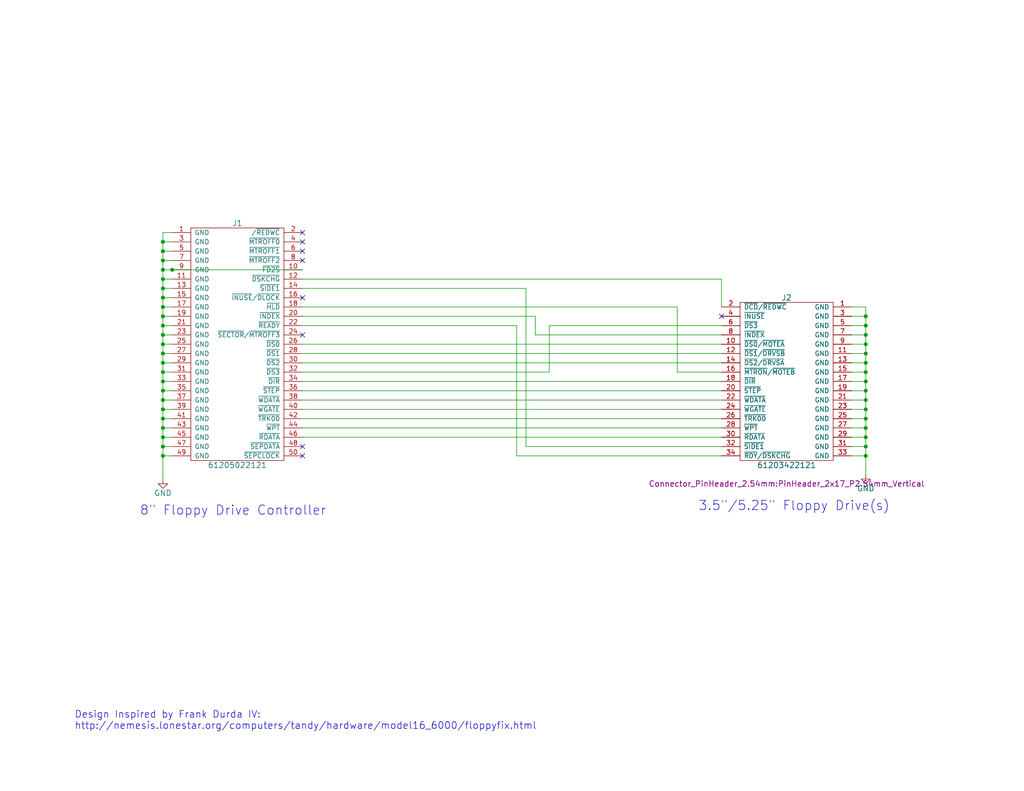
<source format=kicad_sch>
(kicad_sch (version 20230121) (generator eeschema)
  (paper "A")
  (title_block (title "fd50to34: Adapt 34 pin floppy drives to 50 pin controllers") (date "2015-09-22") (rev "3.0") (company "Mark J. Blair <nf6x@nf6x.net>") (comment 1 "https://github.com/NF6X/fd50to34"))
  (lib_symbols
    (symbol "fd50to34-rescue:FD34" (pin_names (offset 1.016))
      (property "Reference" "J" (at 0 22.86 0))
      (property "Value" "FD34" (at 0 -22.86 0))
      (property "PartNum" "61203422121" (at 0 -25.4 0))
      (symbol "FD34_0_1"
        (rectangle (start -12.7 21.59) (end 12.7 -21.59))
      )
      (symbol "FD34_1_1"
        (pin passive line (at -17.78 20.32 0) (length 5.08) (name "GND") (number "1"))
        (pin passive line (at 17.78 10.16 180) (length 5.08) (name "~{DS0}/~{MOTEA}") (number "10"))
        (pin passive line (at -17.78 7.62 0) (length 5.08) (name "GND") (number "11"))
        (pin passive line (at 17.78 7.62 180) (length 5.08) (name "~{DS1}/~{DRVSB}") (number "12"))
        (pin passive line (at -17.78 5.08 0) (length 5.08) (name "GND") (number "13"))
        (pin passive line (at 17.78 5.08 180) (length 5.08) (name "~{DS2}/~{DRVSA}") (number "14"))
        (pin passive line (at -17.78 2.54 0) (length 5.08) (name "GND") (number "15"))
        (pin passive line (at 17.78 2.54 180) (length 5.08) (name "~{MTRON}/~{MOTEB}") (number "16"))
        (pin passive line (at -17.78 0 0) (length 5.08) (name "GND") (number "17"))
        (pin passive line (at 17.78 0 180) (length 5.08) (name "~{DIR}") (number "18"))
        (pin passive line (at -17.78 -2.54 0) (length 5.08) (name "GND") (number "19"))
        (pin passive line (at 17.78 20.32 180) (length 5.08) (name "~{DCD}/~{REDWC}") (number "2"))
        (pin passive line (at 17.78 -2.54 180) (length 5.08) (name "~{STEP}") (number "20"))
        (pin passive line (at -17.78 -5.08 0) (length 5.08) (name "GND") (number "21"))
        (pin passive line (at 17.78 -5.08 180) (length 5.08) (name "~{WDATA}") (number "22"))
        (pin passive line (at -17.78 -7.62 0) (length 5.08) (name "GND") (number "23"))
        (pin passive line (at 17.78 -7.62 180) (length 5.08) (name "~{WGATE}") (number "24"))
        (pin passive line (at -17.78 -10.16 0) (length 5.08) (name "GND") (number "25"))
        (pin passive line (at 17.78 -10.16 180) (length 5.08) (name "~{TRK00}") (number "26"))
        (pin passive line (at -17.78 -12.7 0) (length 5.08) (name "GND") (number "27"))
        (pin passive line (at 17.78 -12.7 180) (length 5.08) (name "~{WPT}") (number "28"))
        (pin passive line (at -17.78 -15.24 0) (length 5.08) (name "GND") (number "29"))
        (pin passive line (at -17.78 17.78 0) (length 5.08) (name "GND") (number "3"))
        (pin passive line (at 17.78 -15.24 180) (length 5.08) (name "~{RDATA}") (number "30"))
        (pin passive line (at -17.78 -17.78 0) (length 5.08) (name "GND") (number "31"))
        (pin passive line (at 17.78 -17.78 180) (length 5.08) (name "~{SIDE1}") (number "32"))
        (pin passive line (at -17.78 -20.32 0) (length 5.08) (name "GND") (number "33"))
        (pin passive line (at 17.78 -20.32 180) (length 5.08) (name "~{RDY}/~{DSKCHG}") (number "34"))
        (pin passive line (at 17.78 17.78 180) (length 5.08) (name "~{INUSE}") (number "4"))
        (pin passive line (at -17.78 15.24 0) (length 5.08) (name "GND") (number "5"))
        (pin passive line (at 17.78 15.24 180) (length 5.08) (name "~{DS3}") (number "6"))
        (pin passive line (at -17.78 12.7 0) (length 5.08) (name "GND") (number "7"))
        (pin passive line (at 17.78 12.7 180) (length 5.08) (name "~{INDEX}") (number "8"))
        (pin passive line (at -17.78 10.16 0) (length 5.08) (name "GND") (number "9"))
      )
    )
    (symbol "fd50to34-rescue:FD50" (pin_names (offset 1.016))
      (property "Reference" "J" (at 0 33.02 0))
      (property "Value" "FD50" (at 0 -33.02 0))
      (property "PartNum" "61205022121" (at 0 -35.56 0))
      (symbol "FD50_0_1"
        (rectangle (start -12.7 31.75) (end 12.7 -31.75))
      )
      (symbol "FD50_1_1"
        (pin passive line (at -17.78 30.48 0) (length 5.08) (name "GND") (number "1"))
        (pin passive line (at 17.78 20.32 180) (length 5.08) (name "~{FD2S}") (number "10"))
        (pin passive line (at -17.78 17.78 0) (length 5.08) (name "GND") (number "11"))
        (pin passive line (at 17.78 17.78 180) (length 5.08) (name "~{DSKCHG}") (number "12"))
        (pin passive line (at -17.78 15.24 0) (length 5.08) (name "GND") (number "13"))
        (pin passive line (at 17.78 15.24 180) (length 5.08) (name "~{SIDE1}") (number "14"))
        (pin passive line (at -17.78 12.7 0) (length 5.08) (name "GND") (number "15"))
        (pin passive line (at 17.78 12.7 180) (length 5.08) (name "~{INUSE}/~{DLOCK}") (number "16"))
        (pin passive line (at -17.78 10.16 0) (length 5.08) (name "GND") (number "17"))
        (pin passive line (at 17.78 10.16 180) (length 5.08) (name "~{HLD}") (number "18"))
        (pin passive line (at -17.78 7.62 0) (length 5.08) (name "GND") (number "19"))
        (pin passive line (at 17.78 30.48 180) (length 5.08) (name "/~{REDWC}") (number "2"))
        (pin passive line (at 17.78 7.62 180) (length 5.08) (name "~{INDEX}") (number "20"))
        (pin passive line (at -17.78 5.08 0) (length 5.08) (name "GND") (number "21"))
        (pin passive line (at 17.78 5.08 180) (length 5.08) (name "~{READY}") (number "22"))
        (pin passive line (at -17.78 2.54 0) (length 5.08) (name "GND") (number "23"))
        (pin passive line (at 17.78 2.54 180) (length 5.08) (name "~{SECTOR}/~{MTROFF3}") (number "24"))
        (pin passive line (at -17.78 0 0) (length 5.08) (name "GND") (number "25"))
        (pin passive line (at 17.78 0 180) (length 5.08) (name "~{DS0}") (number "26"))
        (pin passive line (at -17.78 -2.54 0) (length 5.08) (name "GND") (number "27"))
        (pin passive line (at 17.78 -2.54 180) (length 5.08) (name "~{DS1}") (number "28"))
        (pin passive line (at -17.78 -5.08 0) (length 5.08) (name "GND") (number "29"))
        (pin passive line (at -17.78 27.94 0) (length 5.08) (name "GND") (number "3"))
        (pin passive line (at 17.78 -5.08 180) (length 5.08) (name "~{DS2}") (number "30"))
        (pin passive line (at -17.78 -7.62 0) (length 5.08) (name "GND") (number "31"))
        (pin passive line (at 17.78 -7.62 180) (length 5.08) (name "~{DS3}") (number "32"))
        (pin passive line (at -17.78 -10.16 0) (length 5.08) (name "GND") (number "33"))
        (pin passive line (at 17.78 -10.16 180) (length 5.08) (name "~{DIR}") (number "34"))
        (pin passive line (at -17.78 -12.7 0) (length 5.08) (name "GND") (number "35"))
        (pin passive line (at 17.78 -12.7 180) (length 5.08) (name "~{STEP}") (number "36"))
        (pin passive line (at -17.78 -15.24 0) (length 5.08) (name "GND") (number "37"))
        (pin passive line (at 17.78 -15.24 180) (length 5.08) (name "~{WDATA}") (number "38"))
        (pin passive line (at -17.78 -17.78 0) (length 5.08) (name "GND") (number "39"))
        (pin passive line (at 17.78 27.94 180) (length 5.08) (name "~{MTROFF0}") (number "4"))
        (pin passive line (at 17.78 -17.78 180) (length 5.08) (name "~{WGATE}") (number "40"))
        (pin passive line (at -17.78 -20.32 0) (length 5.08) (name "GND") (number "41"))
        (pin passive line (at 17.78 -20.32 180) (length 5.08) (name "~{TRK00}") (number "42"))
        (pin passive line (at -17.78 -22.86 0) (length 5.08) (name "GND") (number "43"))
        (pin passive line (at 17.78 -22.86 180) (length 5.08) (name "~{WPT}") (number "44"))
        (pin passive line (at -17.78 -25.4 0) (length 5.08) (name "GND") (number "45"))
        (pin passive line (at 17.78 -25.4 180) (length 5.08) (name "~{RDATA}") (number "46"))
        (pin passive line (at -17.78 -27.94 0) (length 5.08) (name "GND") (number "47"))
        (pin passive line (at 17.78 -27.94 180) (length 5.08) (name "~{SEPDATA}") (number "48"))
        (pin passive line (at -17.78 -30.48 0) (length 5.08) (name "GND") (number "49"))
        (pin passive line (at -17.78 25.4 0) (length 5.08) (name "GND") (number "5"))
        (pin passive line (at 17.78 -30.48 180) (length 5.08) (name "~{SEPCLOCK}") (number "50"))
        (pin passive line (at 17.78 25.4 180) (length 5.08) (name "~{MTROFF1}") (number "6"))
        (pin passive line (at -17.78 22.86 0) (length 5.08) (name "GND") (number "7"))
        (pin passive line (at 17.78 22.86 180) (length 5.08) (name "~{MTROFF2}") (number "8"))
        (pin passive line (at -17.78 20.32 0) (length 5.08) (name "GND") (number "9"))
      )
    )
    (symbol "fd50to34-rescue:GND" (power) (pin_names (offset 0))
      (property "Value" "GND" (at 0 -3.81 0))
      (symbol "GND_0_1"
        (polyline (pts (xy 0 0) (xy 0 -1.27) (xy 1.27 -1.27) (xy 0 -2.54) (xy -1.27 -1.27) (xy 0 -1.27)))
      )
      (symbol "GND_1_1"
        (pin power_in line (at 0 0 270) (length 0) hide (name "GND") (number "1"))
      )
    )
  )
  (junction (at 44.45 78.74))
  (junction (at 44.45 66.04))
  (junction (at 44.45 124.46))
  (junction (at 44.45 109.22))
  (junction (at 44.45 88.9))
  (junction (at 44.45 76.2))
  (junction (at 236.22 109.22))
  (junction (at 44.45 99.06))
  (junction (at 236.22 99.06))
  (junction (at 44.45 119.38))
  (junction (at 236.22 104.14))
  (junction (at 236.22 91.44))
  (junction (at 236.22 93.98))
  (junction (at 236.22 96.52))
  (junction (at 236.22 124.46))
  (junction (at 44.45 116.84))
  (junction (at 44.45 114.3))
  (junction (at 236.22 86.36))
  (junction (at 236.22 88.9))
  (junction (at 236.22 101.6))
  (junction (at 44.45 86.36))
  (junction (at 44.45 91.44))
  (junction (at 236.22 119.38))
  (junction (at 44.45 96.52))
  (junction (at 236.22 114.3))
  (junction (at 236.22 106.68))
  (junction (at 44.45 73.66))
  (junction (at 44.45 101.6))
  (junction (at 236.22 116.84))
  (junction (at 44.45 121.92))
  (junction (at 44.45 104.14))
  (junction (at 236.22 121.92))
  (junction (at 236.22 111.76))
  (junction (at 44.45 111.76))
  (junction (at 44.45 68.58))
  (junction (at 44.45 93.98))
  (junction (at 44.45 83.82))
  (junction (at 44.45 106.68))
  (junction (at 44.45 71.12))
  (junction (at 46.99 73.66))
  (junction (at 44.45 81.28))
  (no_connect (at 196.85 86.36))
  (no_connect (at 82.55 81.28))
  (no_connect (at 82.55 71.12))
  (no_connect (at 82.55 91.44))
  (no_connect (at 82.55 121.92))
  (no_connect (at 82.55 68.58))
  (no_connect (at 82.55 124.46))
  (no_connect (at 82.55 66.04))
  (no_connect (at 82.55 63.5))
  (wire (pts (xy 46.99 93.98) (xy 44.45 93.98)))
  (wire (pts (xy 46.99 88.9) (xy 44.45 88.9)))
  (wire (pts (xy 232.41 96.52) (xy 236.22 96.52)))
  (wire (pts (xy 149.86 88.9) (xy 149.86 101.6)))
  (wire (pts (xy 184.785 101.6) (xy 196.85 101.6)))
  (wire (pts (xy 82.55 101.6) (xy 149.86 101.6)))
  (wire (pts (xy 232.41 99.06) (xy 236.22 99.06)))
  (wire (pts (xy 44.45 111.76) (xy 44.45 109.22)))
  (wire (pts (xy 46.99 114.3) (xy 44.45 114.3)))
  (wire (pts (xy 46.99 73.66) (xy 82.55 73.66)))
  (wire (pts (xy 46.99 86.36) (xy 44.45 86.36)))
  (wire (pts (xy 44.45 81.28) (xy 44.45 78.74)))
  (wire (pts (xy 82.55 76.2) (xy 196.85 76.2)))
  (wire (pts (xy 232.41 104.14) (xy 236.22 104.14)))
  (wire (pts (xy 44.45 96.52) (xy 44.45 93.98)))
  (wire (pts (xy 44.45 93.98) (xy 44.45 91.44)))
  (wire (pts (xy 44.45 68.58) (xy 44.45 66.04)))
  (wire (pts (xy 44.45 63.5) (xy 46.99 63.5)))
  (wire (pts (xy 44.45 121.92) (xy 44.45 119.38)))
  (wire (pts (xy 44.45 130.81) (xy 44.45 124.46)))
  (wire (pts (xy 146.05 91.44) (xy 196.85 91.44)))
  (wire (pts (xy 82.55 99.06) (xy 196.85 99.06)))
  (wire (pts (xy 44.45 109.22) (xy 44.45 106.68)))
  (wire (pts (xy 232.41 111.76) (xy 236.22 111.76)))
  (wire (pts (xy 232.41 93.98) (xy 236.22 93.98)))
  (wire (pts (xy 44.45 116.84) (xy 44.45 114.3)))
  (wire (pts (xy 232.41 114.3) (xy 236.22 114.3)))
  (wire (pts (xy 44.45 73.66) (xy 44.45 71.12)))
  (wire (pts (xy 236.22 93.98) (xy 236.22 91.44)))
  (wire (pts (xy 236.22 119.38) (xy 236.22 116.84)))
  (wire (pts (xy 44.45 119.38) (xy 44.45 116.84)))
  (wire (pts (xy 46.99 71.12) (xy 44.45 71.12)))
  (wire (pts (xy 232.41 86.36) (xy 236.22 86.36)))
  (wire (pts (xy 46.99 78.74) (xy 44.45 78.74)))
  (wire (pts (xy 44.45 76.2) (xy 44.45 73.66)))
  (wire (pts (xy 44.45 66.04) (xy 44.45 63.5)))
  (wire (pts (xy 232.41 116.84) (xy 236.22 116.84)))
  (wire (pts (xy 236.22 129.54) (xy 236.22 124.46)))
  (wire (pts (xy 196.85 76.2) (xy 196.85 83.82)))
  (wire (pts (xy 236.22 91.44) (xy 236.22 88.9)))
  (wire (pts (xy 46.99 76.2) (xy 44.45 76.2)))
  (wire (pts (xy 46.99 99.06) (xy 44.45 99.06)))
  (wire (pts (xy 46.99 124.46) (xy 44.45 124.46)))
  (wire (pts (xy 146.05 86.36) (xy 146.05 91.44)))
  (wire (pts (xy 82.55 88.9) (xy 140.97 88.9)))
  (wire (pts (xy 236.22 86.36) (xy 236.22 83.82)))
  (wire (pts (xy 196.85 104.14) (xy 82.55 104.14)))
  (wire (pts (xy 143.51 121.92) (xy 196.85 121.92)))
  (wire (pts (xy 46.99 68.58) (xy 44.45 68.58)))
  (wire (pts (xy 236.22 106.68) (xy 236.22 104.14)))
  (wire (pts (xy 44.45 86.36) (xy 44.45 83.82)))
  (wire (pts (xy 44.45 114.3) (xy 44.45 111.76)))
  (wire (pts (xy 196.85 116.84) (xy 82.55 116.84)))
  (wire (pts (xy 236.22 99.06) (xy 236.22 96.52)))
  (wire (pts (xy 82.55 86.36) (xy 146.05 86.36)))
  (wire (pts (xy 232.41 119.38) (xy 236.22 119.38)))
  (wire (pts (xy 236.22 104.14) (xy 236.22 101.6)))
  (wire (pts (xy 236.22 111.76) (xy 236.22 109.22)))
  (wire (pts (xy 46.99 109.22) (xy 44.45 109.22)))
  (wire (pts (xy 236.22 114.3) (xy 236.22 111.76)))
  (wire (pts (xy 46.99 121.92) (xy 44.45 121.92)))
  (wire (pts (xy 236.22 121.92) (xy 236.22 119.38)))
  (wire (pts (xy 232.41 88.9) (xy 236.22 88.9)))
  (wire (pts (xy 236.22 124.46) (xy 236.22 121.92)))
  (wire (pts (xy 236.22 83.82) (xy 232.41 83.82)))
  (wire (pts (xy 232.41 124.46) (xy 236.22 124.46)))
  (wire (pts (xy 46.99 116.84) (xy 44.45 116.84)))
  (wire (pts (xy 44.45 88.9) (xy 44.45 86.36)))
  (wire (pts (xy 46.99 73.66) (xy 44.45 73.66)))
  (wire (pts (xy 184.785 83.82) (xy 184.785 101.6)))
  (wire (pts (xy 232.41 91.44) (xy 236.22 91.44)))
  (wire (pts (xy 82.55 83.82) (xy 184.785 83.82)))
  (wire (pts (xy 149.86 88.9) (xy 196.85 88.9)))
  (wire (pts (xy 196.85 111.76) (xy 82.55 111.76)))
  (wire (pts (xy 232.41 101.6) (xy 236.22 101.6)))
  (wire (pts (xy 82.55 78.74) (xy 143.51 78.74)))
  (wire (pts (xy 46.99 101.6) (xy 44.45 101.6)))
  (wire (pts (xy 46.99 81.28) (xy 44.45 81.28)))
  (wire (pts (xy 46.99 104.14) (xy 44.45 104.14)))
  (wire (pts (xy 140.97 88.9) (xy 140.97 124.46)))
  (wire (pts (xy 44.45 101.6) (xy 44.45 99.06)))
  (wire (pts (xy 82.55 114.3) (xy 196.85 114.3)))
  (wire (pts (xy 232.41 109.22) (xy 236.22 109.22)))
  (wire (pts (xy 44.45 106.68) (xy 44.45 104.14)))
  (wire (pts (xy 46.99 91.44) (xy 44.45 91.44)))
  (wire (pts (xy 46.99 96.52) (xy 44.45 96.52)))
  (wire (pts (xy 46.99 66.04) (xy 44.45 66.04)))
  (wire (pts (xy 44.45 78.74) (xy 44.45 76.2)))
  (wire (pts (xy 46.99 119.38) (xy 44.45 119.38)))
  (wire (pts (xy 196.85 119.38) (xy 82.55 119.38)))
  (wire (pts (xy 232.41 106.68) (xy 236.22 106.68)))
  (wire (pts (xy 236.22 88.9) (xy 236.22 86.36)))
  (wire (pts (xy 236.22 116.84) (xy 236.22 114.3)))
  (wire (pts (xy 46.99 83.82) (xy 44.45 83.82)))
  (wire (pts (xy 82.55 96.52) (xy 196.85 96.52)))
  (wire (pts (xy 44.45 83.82) (xy 44.45 81.28)))
  (wire (pts (xy 236.22 96.52) (xy 236.22 93.98)))
  (wire (pts (xy 44.45 124.46) (xy 44.45 121.92)))
  (wire (pts (xy 44.45 99.06) (xy 44.45 96.52)))
  (wire (pts (xy 143.51 78.74) (xy 143.51 121.92)))
  (wire (pts (xy 232.41 121.92) (xy 236.22 121.92)))
  (wire (pts (xy 44.45 71.12) (xy 44.45 68.58)))
  (wire (pts (xy 44.45 104.14) (xy 44.45 101.6)))
  (wire (pts (xy 236.22 109.22) (xy 236.22 106.68)))
  (wire (pts (xy 236.22 101.6) (xy 236.22 99.06)))
  (wire (pts (xy 82.55 109.22) (xy 196.85 109.22)))
  (wire (pts (xy 44.45 91.44) (xy 44.45 88.9)))
  (wire (pts (xy 82.55 106.68) (xy 196.85 106.68)))
  (wire (pts (xy 46.99 111.76) (xy 44.45 111.76)))
  (wire (pts (xy 46.99 106.68) (xy 44.45 106.68)))
  (wire (pts (xy 140.97 124.46) (xy 196.85 124.46)))
  (wire (pts (xy 82.55 93.98) (xy 196.85 93.98)))
  (text "3.5\"/5.25\" Floppy Drive(s)" (at 190.5 139.7 0) (effects (font (size 2.54 2.54)) (justify left bottom)))
  (text "Design Inspired by Frank Durda IV:\nhttp://nemesis.lonestar.org/computers/tandy/hardware/model16_6000/floppyfix.html" (at 20.32 199.39 0) (effects (font (size 1.905 1.905)) (justify left bottom)))
  (text "8\" Floppy Drive Controller" (at 38.1 140.97 0) (effects (font (size 2.54 2.54)) (justify left bottom)))
  (symbol (lib_id "fd50to34-rescue:FD50") (at 64.77 93.98 0) (unit 1)
    (property "Reference" "J1" (at 64.77 60.96 0) (effects (font (size 1.524 1.524))))
    (property "Value" "61205022121" (at 64.77 127 0) (effects (font (size 1.524 1.524))))
    (property "Footprint" "Connector_PinHeader_2.54mm:PinHeader_2x25_P2.54mm_Vertical" (effects hide))
    (property "PartNum" "61205022121" (effects hide))
  )
  (symbol (lib_id "fd50to34-rescue:FD34") (at 214.63 104.14 0) (mirror y) (unit 1)
    (property "Reference" "J2" (at 214.63 81.28 0) (effects (font (size 1.524 1.524))))
    (property "Value" "61203422121" (at 214.63 127 0) (effects (font (size 1.524 1.524))))
    (property "Footprint" "Connector_PinHeader_2.54mm:PinHeader_2x17_P2.54mm_Vertical" (at 214.63 132.08 0) (effects (font (size 1.524 1.524))))
    (property "PartNum" "61203422121" (effects hide))
  )
  (symbol (lib_id "fd50to34-rescue:GND") (at 44.45 130.81 0) (unit 1)
    (property "Reference" "#PWR01" (effects hide))
    (property "Value" "GND" (at 44.45 134.62 0) (effects (font (size 1.524 1.524))))
  )
  (symbol (lib_id "fd50to34-rescue:GND") (at 236.22 129.54 0) (unit 1)
    (property "Reference" "#PWR02" (effects hide))
    (property "Value" "GND" (at 236.22 133.35 0) (effects (font (size 1.524 1.524))))
  )
)
</source>
